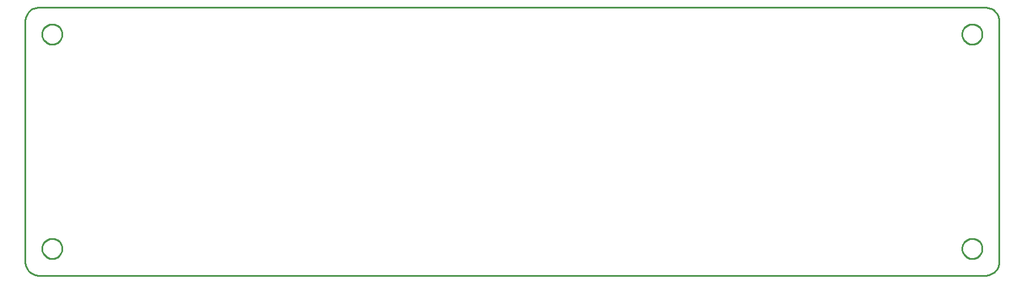
<source format=gbr>
G04 EAGLE Gerber RS-274X export*
G75*
%MOMM*%
%FSLAX34Y34*%
%LPD*%
%IN*%
%IPPOS*%
%AMOC8*
5,1,8,0,0,1.08239X$1,22.5*%
G01*
%ADD10C,0.254000*%


D10*
X0Y20000D02*
X76Y18257D01*
X304Y16527D01*
X681Y14824D01*
X1206Y13160D01*
X1874Y11548D01*
X2680Y10000D01*
X3617Y8528D01*
X4679Y7144D01*
X5858Y5858D01*
X7144Y4679D01*
X8528Y3617D01*
X10000Y2680D01*
X11548Y1874D01*
X13160Y1206D01*
X14824Y681D01*
X16527Y304D01*
X18257Y76D01*
X20000Y0D01*
X1430000Y0D01*
X1431743Y76D01*
X1433473Y304D01*
X1435176Y681D01*
X1436840Y1206D01*
X1438452Y1874D01*
X1440000Y2680D01*
X1441472Y3617D01*
X1442856Y4679D01*
X1444142Y5858D01*
X1445321Y7144D01*
X1446383Y8528D01*
X1447321Y10000D01*
X1448126Y11548D01*
X1448794Y13160D01*
X1449319Y14824D01*
X1449696Y16527D01*
X1449924Y18257D01*
X1450000Y20000D01*
X1450000Y380000D01*
X1449924Y381743D01*
X1449696Y383473D01*
X1449319Y385176D01*
X1448794Y386840D01*
X1448126Y388452D01*
X1447321Y390000D01*
X1446383Y391472D01*
X1445321Y392856D01*
X1444142Y394142D01*
X1442856Y395321D01*
X1441472Y396383D01*
X1440000Y397321D01*
X1438452Y398126D01*
X1436840Y398794D01*
X1435176Y399319D01*
X1433473Y399696D01*
X1431743Y399924D01*
X1430000Y400000D01*
X20000Y400000D01*
X18257Y399924D01*
X16527Y399696D01*
X14824Y399319D01*
X13160Y398794D01*
X11548Y398126D01*
X10000Y397321D01*
X8528Y396383D01*
X7144Y395321D01*
X5858Y394142D01*
X4679Y392856D01*
X3617Y391472D01*
X2680Y390000D01*
X1874Y388452D01*
X1206Y386840D01*
X681Y385176D01*
X304Y383473D01*
X76Y381743D01*
X0Y380000D01*
X0Y20000D01*
X55000Y39464D02*
X54924Y38396D01*
X54771Y37335D01*
X54543Y36288D01*
X54241Y35260D01*
X53867Y34256D01*
X53422Y33281D01*
X52908Y32341D01*
X52329Y31440D01*
X51687Y30582D01*
X50985Y29772D01*
X50228Y29015D01*
X49418Y28313D01*
X48560Y27671D01*
X47659Y27092D01*
X46719Y26578D01*
X45744Y26133D01*
X44740Y25759D01*
X43712Y25457D01*
X42665Y25229D01*
X41604Y25076D01*
X40536Y25000D01*
X39464Y25000D01*
X38396Y25076D01*
X37335Y25229D01*
X36288Y25457D01*
X35260Y25759D01*
X34256Y26133D01*
X33281Y26578D01*
X32341Y27092D01*
X31440Y27671D01*
X30582Y28313D01*
X29772Y29015D01*
X29015Y29772D01*
X28313Y30582D01*
X27671Y31440D01*
X27092Y32341D01*
X26578Y33281D01*
X26133Y34256D01*
X25759Y35260D01*
X25457Y36288D01*
X25229Y37335D01*
X25076Y38396D01*
X25000Y39464D01*
X25000Y40536D01*
X25076Y41604D01*
X25229Y42665D01*
X25457Y43712D01*
X25759Y44740D01*
X26133Y45744D01*
X26578Y46719D01*
X27092Y47659D01*
X27671Y48560D01*
X28313Y49418D01*
X29015Y50228D01*
X29772Y50985D01*
X30582Y51687D01*
X31440Y52329D01*
X32341Y52908D01*
X33281Y53422D01*
X34256Y53867D01*
X35260Y54241D01*
X36288Y54543D01*
X37335Y54771D01*
X38396Y54924D01*
X39464Y55000D01*
X40536Y55000D01*
X41604Y54924D01*
X42665Y54771D01*
X43712Y54543D01*
X44740Y54241D01*
X45744Y53867D01*
X46719Y53422D01*
X47659Y52908D01*
X48560Y52329D01*
X49418Y51687D01*
X50228Y50985D01*
X50985Y50228D01*
X51687Y49418D01*
X52329Y48560D01*
X52908Y47659D01*
X53422Y46719D01*
X53867Y45744D01*
X54241Y44740D01*
X54543Y43712D01*
X54771Y42665D01*
X54924Y41604D01*
X55000Y40536D01*
X55000Y39464D01*
X55000Y359464D02*
X54924Y358396D01*
X54771Y357335D01*
X54543Y356288D01*
X54241Y355260D01*
X53867Y354256D01*
X53422Y353281D01*
X52908Y352341D01*
X52329Y351440D01*
X51687Y350582D01*
X50985Y349772D01*
X50228Y349015D01*
X49418Y348313D01*
X48560Y347671D01*
X47659Y347092D01*
X46719Y346578D01*
X45744Y346133D01*
X44740Y345759D01*
X43712Y345457D01*
X42665Y345229D01*
X41604Y345076D01*
X40536Y345000D01*
X39464Y345000D01*
X38396Y345076D01*
X37335Y345229D01*
X36288Y345457D01*
X35260Y345759D01*
X34256Y346133D01*
X33281Y346578D01*
X32341Y347092D01*
X31440Y347671D01*
X30582Y348313D01*
X29772Y349015D01*
X29015Y349772D01*
X28313Y350582D01*
X27671Y351440D01*
X27092Y352341D01*
X26578Y353281D01*
X26133Y354256D01*
X25759Y355260D01*
X25457Y356288D01*
X25229Y357335D01*
X25076Y358396D01*
X25000Y359464D01*
X25000Y360536D01*
X25076Y361604D01*
X25229Y362665D01*
X25457Y363712D01*
X25759Y364740D01*
X26133Y365744D01*
X26578Y366719D01*
X27092Y367659D01*
X27671Y368560D01*
X28313Y369418D01*
X29015Y370228D01*
X29772Y370985D01*
X30582Y371687D01*
X31440Y372329D01*
X32341Y372908D01*
X33281Y373422D01*
X34256Y373867D01*
X35260Y374241D01*
X36288Y374543D01*
X37335Y374771D01*
X38396Y374924D01*
X39464Y375000D01*
X40536Y375000D01*
X41604Y374924D01*
X42665Y374771D01*
X43712Y374543D01*
X44740Y374241D01*
X45744Y373867D01*
X46719Y373422D01*
X47659Y372908D01*
X48560Y372329D01*
X49418Y371687D01*
X50228Y370985D01*
X50985Y370228D01*
X51687Y369418D01*
X52329Y368560D01*
X52908Y367659D01*
X53422Y366719D01*
X53867Y365744D01*
X54241Y364740D01*
X54543Y363712D01*
X54771Y362665D01*
X54924Y361604D01*
X55000Y360536D01*
X55000Y359464D01*
X1425000Y359464D02*
X1424924Y358396D01*
X1424771Y357335D01*
X1424543Y356288D01*
X1424241Y355260D01*
X1423867Y354256D01*
X1423422Y353281D01*
X1422908Y352341D01*
X1422329Y351440D01*
X1421687Y350582D01*
X1420985Y349772D01*
X1420228Y349015D01*
X1419418Y348313D01*
X1418560Y347671D01*
X1417659Y347092D01*
X1416719Y346578D01*
X1415744Y346133D01*
X1414740Y345759D01*
X1413712Y345457D01*
X1412665Y345229D01*
X1411604Y345076D01*
X1410536Y345000D01*
X1409464Y345000D01*
X1408396Y345076D01*
X1407335Y345229D01*
X1406288Y345457D01*
X1405260Y345759D01*
X1404256Y346133D01*
X1403281Y346578D01*
X1402341Y347092D01*
X1401440Y347671D01*
X1400582Y348313D01*
X1399772Y349015D01*
X1399015Y349772D01*
X1398313Y350582D01*
X1397671Y351440D01*
X1397092Y352341D01*
X1396578Y353281D01*
X1396133Y354256D01*
X1395759Y355260D01*
X1395457Y356288D01*
X1395229Y357335D01*
X1395076Y358396D01*
X1395000Y359464D01*
X1395000Y360536D01*
X1395076Y361604D01*
X1395229Y362665D01*
X1395457Y363712D01*
X1395759Y364740D01*
X1396133Y365744D01*
X1396578Y366719D01*
X1397092Y367659D01*
X1397671Y368560D01*
X1398313Y369418D01*
X1399015Y370228D01*
X1399772Y370985D01*
X1400582Y371687D01*
X1401440Y372329D01*
X1402341Y372908D01*
X1403281Y373422D01*
X1404256Y373867D01*
X1405260Y374241D01*
X1406288Y374543D01*
X1407335Y374771D01*
X1408396Y374924D01*
X1409464Y375000D01*
X1410536Y375000D01*
X1411604Y374924D01*
X1412665Y374771D01*
X1413712Y374543D01*
X1414740Y374241D01*
X1415744Y373867D01*
X1416719Y373422D01*
X1417659Y372908D01*
X1418560Y372329D01*
X1419418Y371687D01*
X1420228Y370985D01*
X1420985Y370228D01*
X1421687Y369418D01*
X1422329Y368560D01*
X1422908Y367659D01*
X1423422Y366719D01*
X1423867Y365744D01*
X1424241Y364740D01*
X1424543Y363712D01*
X1424771Y362665D01*
X1424924Y361604D01*
X1425000Y360536D01*
X1425000Y359464D01*
X1425000Y39464D02*
X1424924Y38396D01*
X1424771Y37335D01*
X1424543Y36288D01*
X1424241Y35260D01*
X1423867Y34256D01*
X1423422Y33281D01*
X1422908Y32341D01*
X1422329Y31440D01*
X1421687Y30582D01*
X1420985Y29772D01*
X1420228Y29015D01*
X1419418Y28313D01*
X1418560Y27671D01*
X1417659Y27092D01*
X1416719Y26578D01*
X1415744Y26133D01*
X1414740Y25759D01*
X1413712Y25457D01*
X1412665Y25229D01*
X1411604Y25076D01*
X1410536Y25000D01*
X1409464Y25000D01*
X1408396Y25076D01*
X1407335Y25229D01*
X1406288Y25457D01*
X1405260Y25759D01*
X1404256Y26133D01*
X1403281Y26578D01*
X1402341Y27092D01*
X1401440Y27671D01*
X1400582Y28313D01*
X1399772Y29015D01*
X1399015Y29772D01*
X1398313Y30582D01*
X1397671Y31440D01*
X1397092Y32341D01*
X1396578Y33281D01*
X1396133Y34256D01*
X1395759Y35260D01*
X1395457Y36288D01*
X1395229Y37335D01*
X1395076Y38396D01*
X1395000Y39464D01*
X1395000Y40536D01*
X1395076Y41604D01*
X1395229Y42665D01*
X1395457Y43712D01*
X1395759Y44740D01*
X1396133Y45744D01*
X1396578Y46719D01*
X1397092Y47659D01*
X1397671Y48560D01*
X1398313Y49418D01*
X1399015Y50228D01*
X1399772Y50985D01*
X1400582Y51687D01*
X1401440Y52329D01*
X1402341Y52908D01*
X1403281Y53422D01*
X1404256Y53867D01*
X1405260Y54241D01*
X1406288Y54543D01*
X1407335Y54771D01*
X1408396Y54924D01*
X1409464Y55000D01*
X1410536Y55000D01*
X1411604Y54924D01*
X1412665Y54771D01*
X1413712Y54543D01*
X1414740Y54241D01*
X1415744Y53867D01*
X1416719Y53422D01*
X1417659Y52908D01*
X1418560Y52329D01*
X1419418Y51687D01*
X1420228Y50985D01*
X1420985Y50228D01*
X1421687Y49418D01*
X1422329Y48560D01*
X1422908Y47659D01*
X1423422Y46719D01*
X1423867Y45744D01*
X1424241Y44740D01*
X1424543Y43712D01*
X1424771Y42665D01*
X1424924Y41604D01*
X1425000Y40536D01*
X1425000Y39464D01*
M02*

</source>
